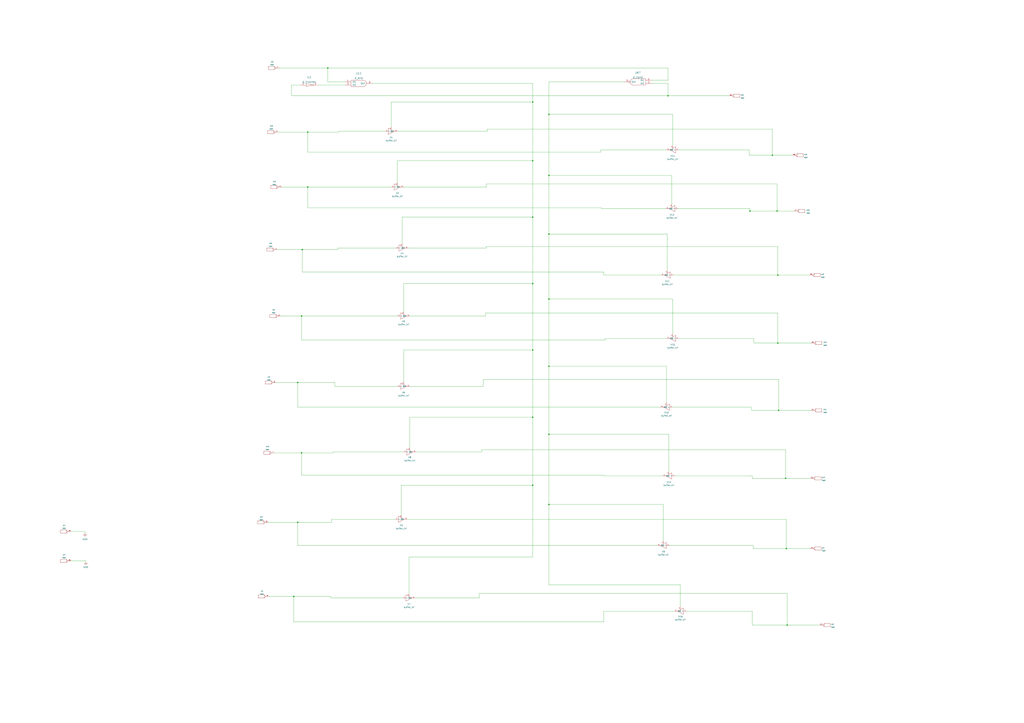
<source format=kicad_sch>
(kicad_sch (version 20211123) (generator eeschema)
  (paper "A1")
  (lib_symbols
    (symbol "eSim_Digital:d_and" (pin_names (offset 1.016))
      (property "Reference" "U" (at 0 0 0))
      (property "Value" "d_and" (at 1.27 2.54 0))
      (symbol "d_and_0_1"
        (polyline (pts (xy 3.81 -1.27) (xy -6.35 -1.27) (xy -6.35 3.81) (xy 3.81 3.81)))
        (arc (start 3.81 -1.27) (mid 5.5897 -0.5171) (end 6.35 1.27))
        (arc (start 6.35 1.27) (mid 5.5971 3.0497) (end 3.81 3.81))
      )
      (symbol "d_and_1_1"
        (pin input line (at -11.43 2.54 0) (length 5.08) (name "IN1") (number "1"))
        (pin input line (at -11.43 0 0) (length 5.08) (name "IN2") (number "2"))
        (pin output line (at 11.43 1.27 180) (length 5.08) (name "OUT") (number "3"))
      )
    )
    (symbol "eSim_Digital:d_inverter" (pin_names (offset 1.016))
      (property "Reference" "U" (at 0 -2.54 0))
      (property "Value" "d_inverter" (at 0 3.81 0))
      (symbol "d_inverter_0_1"
        (polyline (pts (xy -2.54 1.27) (xy -2.54 -1.27) (xy 2.54 0) (xy -2.54 1.27)))
      )
      (symbol "d_inverter_1_1"
        (pin input line (at -7.62 0 0) (length 5.08) (name "~") (number "1"))
        (pin output inverted (at 7.62 0 180) (length 5.08) (name "~") (number "2"))
      )
    )
    (symbol "eSim_Digital:d_nand" (pin_names (offset 1.016))
      (property "Reference" "U" (at 0 0 0))
      (property "Value" "d_nand" (at 1.27 2.54 0))
      (symbol "d_nand_0_1"
        (polyline (pts (xy 3.81 -1.27) (xy -6.35 -1.27) (xy -6.35 3.81) (xy 3.81 3.81)))
        (arc (start 3.81 -1.27) (mid 5.5897 -0.5171) (end 6.35 1.27))
        (arc (start 6.35 1.27) (mid 5.5971 3.0497) (end 3.81 3.81))
      )
      (symbol "d_nand_1_1"
        (pin input line (at -11.43 2.54 0) (length 5.08) (name "IN1") (number "1"))
        (pin input line (at -11.43 0 0) (length 5.08) (name "IN2") (number "2"))
        (pin output inverted (at 11.43 1.27 180) (length 5.08) (name "OUT") (number "3"))
      )
    )
    (symbol "eSim_Miscellaneous:PORT" (pin_names (offset 1.016))
      (property "Reference" "U" (at 1.27 2.54 0))
      (property "Value" "PORT" (at 0 0 0))
      (symbol "PORT_0_1"
        (rectangle (start -2.54 1.27) (end 2.54 -1.27))
        (arc (start 2.54 1.27) (mid 3.1355 0.5955) (end 3.81 0))
        (arc (start 3.81 0) (mid 3.1447 -0.6046) (end 2.54 -1.27))
      )
      (symbol "PORT_1_1"
        (pin bidirectional line (at 6.35 0 180) (length 2.54) (name "~") (number "1"))
      )
      (symbol "PORT_2_1"
        (pin bidirectional line (at 6.35 0 180) (length 2.54) (name "~") (number "2"))
      )
      (symbol "PORT_3_1"
        (pin bidirectional line (at 6.35 0 180) (length 2.54) (name "~") (number "3"))
      )
      (symbol "PORT_4_1"
        (pin bidirectional line (at 6.35 0 180) (length 2.54) (name "~") (number "4"))
      )
      (symbol "PORT_5_1"
        (pin bidirectional line (at 6.35 0 180) (length 2.54) (name "~") (number "5"))
      )
      (symbol "PORT_6_1"
        (pin bidirectional line (at 6.35 0 180) (length 2.54) (name "~") (number "6"))
      )
      (symbol "PORT_7_1"
        (pin bidirectional line (at 6.35 0 180) (length 2.54) (name "~") (number "7"))
      )
      (symbol "PORT_8_1"
        (pin bidirectional line (at 6.35 0 180) (length 2.54) (name "~") (number "8"))
      )
      (symbol "PORT_9_1"
        (pin bidirectional line (at 6.35 0 180) (length 2.54) (name "~") (number "9"))
      )
      (symbol "PORT_10_1"
        (pin bidirectional line (at 6.35 0 180) (length 2.54) (name "~") (number "10"))
      )
      (symbol "PORT_11_1"
        (pin bidirectional line (at 6.35 0 180) (length 2.54) (name "~") (number "11"))
      )
      (symbol "PORT_12_1"
        (pin bidirectional line (at 6.35 0 180) (length 2.54) (name "~") (number "12"))
      )
      (symbol "PORT_13_1"
        (pin bidirectional line (at 6.35 0 180) (length 2.54) (name "~") (number "13"))
      )
      (symbol "PORT_14_1"
        (pin bidirectional line (at 6.35 0 180) (length 2.54) (name "~") (number "14"))
      )
      (symbol "PORT_15_1"
        (pin bidirectional line (at 6.35 0 180) (length 2.54) (name "~") (number "15"))
      )
      (symbol "PORT_16_1"
        (pin bidirectional line (at 6.35 0 180) (length 2.54) (name "~") (number "16"))
      )
      (symbol "PORT_17_1"
        (pin bidirectional line (at 6.35 0 180) (length 2.54) (name "~") (number "17"))
      )
      (symbol "PORT_18_1"
        (pin bidirectional line (at 6.35 0 180) (length 2.54) (name "~") (number "18"))
      )
      (symbol "PORT_19_1"
        (pin bidirectional line (at 6.35 0 180) (length 2.54) (name "~") (number "19"))
      )
      (symbol "PORT_20_1"
        (pin bidirectional line (at 6.35 0 180) (length 2.54) (name "~") (number "20"))
      )
      (symbol "PORT_21_1"
        (pin bidirectional line (at 6.35 0 180) (length 2.54) (name "~") (number "21"))
      )
      (symbol "PORT_22_1"
        (pin bidirectional line (at 6.35 0 180) (length 2.54) (name "~") (number "22"))
      )
      (symbol "PORT_23_1"
        (pin bidirectional line (at 6.35 0 180) (length 2.54) (name "~") (number "23"))
      )
      (symbol "PORT_24_1"
        (pin bidirectional line (at 6.35 0 180) (length 2.54) (name "~") (number "24"))
      )
      (symbol "PORT_25_1"
        (pin bidirectional line (at 6.35 0 180) (length 2.54) (name "~") (number "25"))
      )
      (symbol "PORT_26_1"
        (pin bidirectional line (at 6.35 0 180) (length 2.54) (name "~") (number "26"))
      )
    )
    (symbol "eSim_Power:eSim_GND" (power) (pin_names (offset 0))
      (property "Value" "eSim_GND" (at 0 -3.81 0))
      (symbol "eSim_GND_0_1"
        (polyline (pts (xy 0 0) (xy 0 -1.27) (xy 1.27 -1.27) (xy 0 -2.54) (xy -1.27 -1.27) (xy 0 -1.27)))
      )
      (symbol "eSim_GND_1_1"
        (pin power_in line (at 0 0 270) (length 0) hide (name "GND") (number "1"))
      )
    )
    (symbol "eSim_Subckt:buffer_tri"
      (property "Reference" "X" (at 0 -2.54 0))
      (property "Value" "buffer_tri" (at -1.27 -5.08 0))
      (symbol "buffer_tri_0_1"
        (polyline (pts (xy -3.81 2.54) (xy -3.81 -2.54) (xy 1.27 0) (xy -3.81 2.54)))
      )
      (symbol "buffer_tri_1_1"
        (pin input line (at -6.35 0 0) (length 2.54) (name "A") (number "1"))
        (pin input line (at -1.27 3.81 270) (length 2.54) (name "EN") (number "2"))
        (pin output line (at 3.81 0 180) (length 2.54) (name "OUT") (number "3"))
      )
    )
  )
  (junction (at 437.515 83.82))
  (junction (at 450.85 144.145))
  (junction (at 437.515 132.08))
  (junction (at 450.85 356.87))
  (junction (at 615.95 173.355))
  (junction (at 269.24 55.88))
  (junction (at 244.475 429.26))
  (junction (at 241.3 490.22))
  (junction (at 437.515 233.045))
  (junction (at 247.65 372.11))
  (junction (at 252.73 108.585))
  (junction (at 645.16 393.065))
  (junction (at 548.64 78.74))
  (junction (at 450.85 245.745))
  (junction (at 437.515 178.435))
  (junction (at 437.515 342.9))
  (junction (at 244.475 314.325))
  (junction (at 450.85 93.98))
  (junction (at 252.73 153.67))
  (junction (at 437.515 287.655))
  (junction (at 248.285 205.105))
  (junction (at 638.175 173.355))
  (junction (at 645.795 450.85))
  (junction (at 450.85 414.655))
  (junction (at 450.85 300.99))
  (junction (at 638.81 226.06))
  (junction (at 639.445 337.185))
  (junction (at 450.85 192.405))
  (junction (at 437.515 398.78))
  (junction (at 638.81 281.94))
  (junction (at 634.365 127.635))
  (junction (at 247.65 259.715))
  (junction (at 646.43 513.715))
  (wire (pts (xy 273.685 371.475) (xy 273.685 372.11)))
  (wire (pts (xy 646.43 513.715) (xy 673.1 513.715)))
  (wire (pts (xy 244.475 314.325) (xy 274.955 314.325)))
  (wire (pts (xy 244.475 334.645) (xy 542.29 334.645)))
  (wire (pts (xy 615.95 171.45) (xy 615.95 173.355)))
  (wire (pts (xy 326.39 132.08) (xy 326.39 149.86)))
  (wire (pts (xy 393.7 491.49) (xy 393.7 487.68)))
  (wire (pts (xy 248.285 223.52) (xy 495.935 223.52)))
  (wire (pts (xy 331.47 371.475) (xy 273.685 371.475)))
  (wire (pts (xy 241.3 490.22) (xy 271.78 490.22)))
  (wire (pts (xy 247.65 390.525) (xy 495.935 390.525)))
  (wire (pts (xy 336.55 317.5) (xy 396.875 317.5)))
  (wire (pts (xy 334.645 426.72) (xy 645.795 426.72)))
  (wire (pts (xy 549.91 448.31) (xy 618.49 448.31)))
  (wire (pts (xy 553.085 226.06) (xy 638.81 226.06)))
  (wire (pts (xy 495.935 226.06) (xy 495.935 223.52)))
  (wire (pts (xy 544.195 391.16) (xy 495.935 391.16)))
  (wire (pts (xy 399.415 203.835) (xy 399.415 202.565)))
  (wire (pts (xy 556.895 171.45) (xy 615.95 171.45)))
  (wire (pts (xy 437.515 398.78) (xy 437.515 457.835)))
  (wire (pts (xy 495.935 502.285) (xy 495.935 511.175)))
  (wire (pts (xy 247.65 372.11) (xy 273.685 372.11)))
  (wire (pts (xy 321.31 83.82) (xy 321.31 104.14)))
  (wire (pts (xy 269.24 55.88) (xy 269.24 67.31)))
  (wire (pts (xy 331.47 233.045) (xy 437.515 233.045)))
  (wire (pts (xy 638.81 281.94) (xy 666.115 281.94)))
  (wire (pts (xy 619.125 281.94) (xy 638.81 281.94)))
  (wire (pts (xy 549.275 356.87) (xy 549.275 387.35)))
  (wire (pts (xy 638.175 173.355) (xy 652.145 173.355)))
  (wire (pts (xy 551.815 144.145) (xy 450.85 144.145)))
  (wire (pts (xy 326.39 107.95) (xy 400.05 107.95)))
  (wire (pts (xy 645.16 369.57) (xy 645.16 393.065)))
  (wire (pts (xy 615.315 127.635) (xy 634.365 127.635)))
  (wire (pts (xy 244.475 448.31) (xy 539.75 448.31)))
  (wire (pts (xy 557.53 123.19) (xy 615.315 123.19)))
  (wire (pts (xy 340.995 491.49) (xy 393.7 491.49)))
  (wire (pts (xy 400.05 107.95) (xy 400.05 106.045)))
  (wire (pts (xy 316.23 107.95) (xy 278.13 107.95)))
  (wire (pts (xy 563.88 502.285) (xy 617.855 502.285)))
  (wire (pts (xy 247.65 372.11) (xy 247.65 390.525)))
  (wire (pts (xy 618.49 450.85) (xy 645.795 450.85)))
  (wire (pts (xy 450.85 245.745) (xy 552.45 245.745)))
  (wire (pts (xy 396.875 311.785) (xy 639.445 311.785)))
  (wire (pts (xy 336.55 342.9) (xy 437.515 342.9)))
  (wire (pts (xy 547.37 300.99) (xy 547.37 330.835)))
  (wire (pts (xy 230.505 259.715) (xy 247.65 259.715)))
  (wire (pts (xy 274.955 317.5) (xy 274.955 314.325)))
  (wire (pts (xy 557.53 278.13) (xy 619.125 278.13)))
  (wire (pts (xy 69.85 436.88) (xy 58.42 436.88)))
  (wire (pts (xy 547.37 300.99) (xy 450.85 300.99)))
  (wire (pts (xy 272.415 426.72) (xy 272.415 429.26)))
  (wire (pts (xy 645.16 393.065) (xy 665.48 393.065)))
  (wire (pts (xy 547.37 123.19) (xy 493.395 123.19)))
  (wire (pts (xy 437.515 83.82) (xy 437.515 132.08)))
  (wire (pts (xy 535.305 68.58) (xy 548.64 68.58)))
  (wire (pts (xy 646.43 487.68) (xy 646.43 513.715)))
  (wire (pts (xy 398.78 257.175) (xy 638.81 257.175)))
  (wire (pts (xy 330.2 178.435) (xy 437.515 178.435)))
  (wire (pts (xy 548.64 78.74) (xy 598.805 78.74)))
  (wire (pts (xy 330.2 178.435) (xy 330.2 200.025)))
  (wire (pts (xy 247.65 259.715) (xy 247.65 279.4)))
  (wire (pts (xy 335.915 457.835) (xy 437.515 457.835)))
  (wire (pts (xy 615.95 173.355) (xy 638.175 173.355)))
  (wire (pts (xy 271.78 491.49) (xy 271.78 490.22)))
  (wire (pts (xy 329.565 398.78) (xy 437.515 398.78)))
  (wire (pts (xy 400.05 106.045) (xy 634.365 106.045)))
  (wire (pts (xy 326.39 317.5) (xy 274.955 317.5)))
  (wire (pts (xy 558.8 480.695) (xy 450.85 480.695)))
  (wire (pts (xy 269.24 55.88) (xy 548.64 55.88)))
  (wire (pts (xy 261.62 69.85) (xy 283.21 69.85)))
  (wire (pts (xy 546.735 171.45) (xy 494.03 171.45)))
  (wire (pts (xy 70.485 461.645) (xy 70.485 461.01)))
  (wire (pts (xy 331.47 287.655) (xy 331.47 313.69)))
  (wire (pts (xy 228.6 108.585) (xy 252.73 108.585)))
  (wire (pts (xy 450.85 414.655) (xy 450.85 480.695)))
  (wire (pts (xy 554.355 391.16) (xy 617.855 391.16)))
  (wire (pts (xy 331.47 287.655) (xy 437.515 287.655)))
  (wire (pts (xy 552.45 93.98) (xy 552.45 119.38)))
  (wire (pts (xy 220.98 490.22) (xy 241.3 490.22)))
  (wire (pts (xy 246.38 69.85) (xy 239.395 69.85)))
  (wire (pts (xy 494.03 171.45) (xy 494.03 170.815)))
  (wire (pts (xy 450.85 300.99) (xy 450.85 356.87)))
  (wire (pts (xy 542.925 226.06) (xy 495.935 226.06)))
  (wire (pts (xy 395.605 369.57) (xy 645.16 369.57)))
  (wire (pts (xy 239.395 69.85) (xy 239.395 78.74)))
  (wire (pts (xy 244.475 314.325) (xy 244.475 334.645)))
  (wire (pts (xy 450.85 356.87) (xy 450.85 414.655)))
  (wire (pts (xy 437.515 132.08) (xy 437.515 178.435)))
  (wire (pts (xy 645.795 426.72) (xy 645.795 450.85)))
  (wire (pts (xy 548.005 192.405) (xy 450.85 192.405)))
  (wire (pts (xy 495.935 391.16) (xy 495.935 390.525)))
  (wire (pts (xy 450.85 93.98) (xy 450.85 144.145)))
  (wire (pts (xy 553.72 502.285) (xy 495.935 502.285)))
  (wire (pts (xy 248.285 205.105) (xy 248.285 223.52)))
  (wire (pts (xy 549.275 356.87) (xy 450.85 356.87)))
  (wire (pts (xy 437.515 233.045) (xy 437.515 287.655)))
  (wire (pts (xy 512.445 67.31) (xy 450.85 67.31)))
  (wire (pts (xy 615.315 123.19) (xy 615.315 127.635)))
  (wire (pts (xy 617.855 502.285) (xy 617.855 513.715)))
  (wire (pts (xy 645.795 450.85) (xy 665.48 450.85)))
  (wire (pts (xy 617.22 337.185) (xy 639.445 337.185)))
  (wire (pts (xy 226.695 314.325) (xy 244.475 314.325)))
  (wire (pts (xy 399.415 151.13) (xy 638.175 151.13)))
  (wire (pts (xy 325.12 203.835) (xy 277.495 203.835)))
  (wire (pts (xy 450.85 192.405) (xy 450.85 245.745)))
  (wire (pts (xy 229.235 55.88) (xy 269.24 55.88)))
  (wire (pts (xy 330.835 491.49) (xy 271.78 491.49)))
  (wire (pts (xy 69.85 438.15) (xy 69.85 436.88)))
  (wire (pts (xy 493.395 123.19) (xy 493.395 125.095)))
  (wire (pts (xy 247.65 259.715) (xy 326.39 259.715)))
  (wire (pts (xy 329.565 398.78) (xy 329.565 422.91)))
  (wire (pts (xy 220.345 429.26) (xy 244.475 429.26)))
  (wire (pts (xy 615.95 173.355) (xy 615.95 173.99)))
  (wire (pts (xy 552.45 334.645) (xy 617.22 334.645)))
  (wire (pts (xy 239.395 78.74) (xy 548.64 78.74)))
  (wire (pts (xy 638.81 257.175) (xy 638.81 281.94)))
  (wire (pts (xy 617.22 334.645) (xy 617.22 337.185)))
  (wire (pts (xy 619.125 278.13) (xy 619.125 281.94)))
  (wire (pts (xy 241.3 511.175) (xy 495.935 511.175)))
  (wire (pts (xy 548.64 66.04) (xy 548.64 55.88)))
  (wire (pts (xy 398.78 259.715) (xy 398.78 257.175)))
  (wire (pts (xy 399.415 202.565) (xy 638.81 202.565)))
  (wire (pts (xy 324.485 426.72) (xy 272.415 426.72)))
  (wire (pts (xy 341.63 371.475) (xy 395.605 371.475)))
  (wire (pts (xy 248.285 205.105) (xy 277.495 205.105)))
  (wire (pts (xy 331.47 153.67) (xy 399.415 153.67)))
  (wire (pts (xy 552.45 274.32) (xy 552.45 245.745)))
  (wire (pts (xy 252.73 125.095) (xy 493.395 125.095)))
  (wire (pts (xy 227.965 205.105) (xy 248.285 205.105)))
  (wire (pts (xy 551.815 144.145) (xy 551.815 167.64)))
  (wire (pts (xy 396.875 317.5) (xy 396.875 311.785)))
  (wire (pts (xy 617.855 391.16) (xy 617.855 393.065)))
  (wire (pts (xy 548.64 68.58) (xy 548.64 78.74)))
  (wire (pts (xy 252.73 108.585) (xy 278.13 108.585)))
  (wire (pts (xy 639.445 337.185) (xy 666.115 337.185)))
  (wire (pts (xy 244.475 429.26) (xy 272.415 429.26)))
  (wire (pts (xy 638.81 202.565) (xy 638.81 226.06)))
  (wire (pts (xy 638.81 226.06) (xy 664.845 226.06)))
  (wire (pts (xy 639.445 311.785) (xy 639.445 337.185)))
  (wire (pts (xy 247.65 279.4) (xy 497.205 279.4)))
  (wire (pts (xy 552.45 93.98) (xy 450.85 93.98)))
  (wire (pts (xy 393.7 487.68) (xy 646.43 487.68)))
  (wire (pts (xy 634.365 127.635) (xy 650.875 127.635)))
  (wire (pts (xy 617.855 513.715) (xy 646.43 513.715)))
  (wire (pts (xy 548.005 192.405) (xy 548.005 222.25)))
  (wire (pts (xy 544.83 414.655) (xy 450.85 414.655)))
  (wire (pts (xy 336.55 367.665) (xy 336.55 342.9)))
  (wire (pts (xy 252.73 108.585) (xy 252.73 125.095)))
  (wire (pts (xy 306.07 68.58) (xy 437.515 68.58)))
  (wire (pts (xy 331.47 233.045) (xy 331.47 255.905)))
  (wire (pts (xy 252.73 170.815) (xy 494.03 170.815)))
  (wire (pts (xy 326.39 132.08) (xy 437.515 132.08)))
  (wire (pts (xy 231.14 153.67) (xy 252.73 153.67)))
  (wire (pts (xy 277.495 203.835) (xy 277.495 205.105)))
  (wire (pts (xy 225.425 372.11) (xy 247.65 372.11)))
  (wire (pts (xy 437.515 178.435) (xy 437.515 233.045)))
  (wire (pts (xy 336.55 259.715) (xy 398.78 259.715)))
  (wire (pts (xy 437.515 342.9) (xy 437.515 398.78)))
  (wire (pts (xy 547.37 278.13) (xy 497.205 278.13)))
  (wire (pts (xy 544.83 414.655) (xy 544.83 444.5)))
  (wire (pts (xy 335.915 457.835) (xy 335.915 487.68)))
  (wire (pts (xy 244.475 429.26) (xy 244.475 448.31)))
  (wire (pts (xy 321.31 83.82) (xy 437.515 83.82)))
  (wire (pts (xy 278.13 107.95) (xy 278.13 108.585)))
  (wire (pts (xy 617.855 393.065) (xy 645.16 393.065)))
  (wire (pts (xy 535.305 66.04) (xy 548.64 66.04)))
  (wire (pts (xy 335.28 203.835) (xy 399.415 203.835)))
  (wire (pts (xy 638.175 151.13) (xy 638.175 173.355)))
  (wire (pts (xy 450.85 245.745) (xy 450.85 300.99)))
  (wire (pts (xy 450.85 144.145) (xy 450.85 192.405)))
  (wire (pts (xy 634.365 106.045) (xy 634.365 127.635)))
  (wire (pts (xy 618.49 448.31) (xy 618.49 450.85)))
  (wire (pts (xy 241.3 490.22) (xy 241.3 511.175)))
  (wire (pts (xy 252.73 153.67) (xy 252.73 170.815)))
  (wire (pts (xy 252.73 153.67) (xy 321.31 153.67)))
  (wire (pts (xy 437.515 287.655) (xy 437.515 342.9)))
  (wire (pts (xy 395.605 371.475) (xy 395.605 369.57)))
  (wire (pts (xy 283.21 67.31) (xy 269.24 67.31)))
  (wire (pts (xy 399.415 153.67) (xy 399.415 151.13)))
  (wire (pts (xy 437.515 68.58) (xy 437.515 83.82)))
  (wire (pts (xy 558.8 480.695) (xy 558.8 498.475)))
  (wire (pts (xy 58.42 461.01) (xy 70.485 461.01)))
  (wire (pts (xy 450.85 67.31) (xy 450.85 93.98)))
  (wire (pts (xy 497.205 278.13) (xy 497.205 279.4)))
  (symbol (lib_id "eSim_Miscellaneous:PORT") (at 224.79 153.67 0) (unit 3)
    (property "Reference" "U1" (at 225.425 149.225 0) (effects (font (size 0.762 0.762))))
    (property "Value" "PORT" (at 225.425 151.765 0) (effects (font (size 0.762 0.762))))
  )
  (symbol (lib_id "eSim_Miscellaneous:PORT") (at 679.45 513.715 0) (mirror y) (unit 11)
    (property "Reference" "U1" (at 682.625 513.08 0) (effects (font (size 0.762 0.762)) (justify right)))
    (property "Value" "PORT" (at 682.625 515.62 0) (effects (font (size 0.762 0.762)) (justify right)))
  )
  (symbol (lib_id "eSim_Subckt:buffer_tri") (at 322.58 107.95 0) (unit 1)
    (property "Reference" "X1" (at 321.31 113.03 0))
    (property "Value" "buffer_tri" (at 321.31 115.57 0))
  )
  (symbol (lib_id "eSim_Digital:d_and") (at 294.64 69.85 0) (unit 1)
    (property "Reference" "U11" (at 294.64 60.325 0) (effects (font (size 1.524 1.524))))
    (property "Value" "d_and" (at 294.64 64.135 0) (effects (font (size 1.524 1.524))))
  )
  (symbol (lib_id "eSim_Miscellaneous:PORT") (at 224.155 259.715 0) (unit 5)
    (property "Reference" "U1" (at 224.79 254.635 0) (effects (font (size 0.762 0.762))))
    (property "Value" "PORT" (at 224.79 257.175 0) (effects (font (size 0.762 0.762))))
  )
  (symbol (lib_id "eSim_Miscellaneous:PORT") (at 222.885 55.88 0) (unit 1)
    (property "Reference" "U1" (at 223.52 50.8 0) (effects (font (size 0.762 0.762))))
    (property "Value" "PORT" (at 223.52 53.34 0) (effects (font (size 0.762 0.762))))
  )
  (symbol (lib_id "eSim_Subckt:buffer_tri") (at 337.185 491.49 0) (unit 1)
    (property "Reference" "X7" (at 335.915 496.57 0))
    (property "Value" "buffer_tri" (at 335.915 499.11 0))
  )
  (symbol (lib_id "eSim_Miscellaneous:PORT") (at 657.225 127.635 0) (mirror y) (unit 18)
    (property "Reference" "U1" (at 660.4 127 0) (effects (font (size 0.762 0.762)) (justify right)))
    (property "Value" "PORT" (at 660.4 129.54 0) (effects (font (size 0.762 0.762)) (justify right)))
  )
  (symbol (lib_id "eSim_Miscellaneous:PORT") (at 672.465 337.185 0) (mirror y) (unit 14)
    (property "Reference" "U1" (at 676.275 336.55 0) (effects (font (size 0.762 0.762)) (justify right)))
    (property "Value" "PORT" (at 676.275 339.09 0) (effects (font (size 0.762 0.762)) (justify right)))
  )
  (symbol (lib_id "eSim_Digital:d_nand") (at 523.875 68.58 0) (mirror y) (unit 1)
    (property "Reference" "U67" (at 523.875 59.69 0) (effects (font (size 1.524 1.524))))
    (property "Value" "d_nand" (at 523.875 63.5 0) (effects (font (size 1.524 1.524))))
  )
  (symbol (lib_id "eSim_Miscellaneous:PORT") (at 52.07 436.88 0) (unit 10)
    (property "Reference" "U1" (at 52.705 431.8 0) (effects (font (size 0.762 0.762))))
    (property "Value" "PORT" (at 52.705 434.34 0) (effects (font (size 0.762 0.762))))
  )
  (symbol (lib_id "eSim_Miscellaneous:PORT") (at 222.25 108.585 0) (unit 2)
    (property "Reference" "U1" (at 222.885 103.505 0) (effects (font (size 0.762 0.762))))
    (property "Value" "PORT" (at 222.885 106.045 0) (effects (font (size 0.762 0.762))))
  )
  (symbol (lib_id "eSim_Subckt:buffer_tri") (at 557.53 502.285 0) (mirror y) (unit 1)
    (property "Reference" "X16" (at 558.8 506.73 0))
    (property "Value" "buffer_tri" (at 558.8 509.27 0))
  )
  (symbol (lib_id "eSim_Subckt:buffer_tri") (at 546.735 226.06 0) (mirror y) (unit 1)
    (property "Reference" "X11" (at 548.005 231.14 0))
    (property "Value" "buffer_tri" (at 548.005 233.68 0))
  )
  (symbol (lib_id "eSim_Power:eSim_GND") (at 69.85 438.15 0) (unit 1)
    (property "Reference" "#PWR01" (effects hide))
    (property "Value" "eSim_GND" (at 69.85 443.23 0))
  )
  (symbol (lib_id "eSim_Miscellaneous:PORT") (at 214.63 490.22 0) (unit 9)
    (property "Reference" "U1" (at 215.265 485.775 0) (effects (font (size 0.762 0.762))))
    (property "Value" "PORT" (at 215.265 488.315 0) (effects (font (size 0.762 0.762))))
  )
  (symbol (lib_id "eSim_Subckt:buffer_tri") (at 551.18 278.13 0) (mirror y) (unit 1)
    (property "Reference" "X15" (at 552.45 283.21 0))
    (property "Value" "buffer_tri" (at 552.45 285.75 0))
  )
  (symbol (lib_id "eSim_Miscellaneous:PORT") (at 658.495 173.355 0) (mirror y) (unit 17)
    (property "Reference" "U1" (at 662.305 172.72 0) (effects (font (size 0.762 0.762)) (justify right)))
    (property "Value" "PORT" (at 662.305 175.26 0) (effects (font (size 0.762 0.762)) (justify right)))
  )
  (symbol (lib_id "eSim_Subckt:buffer_tri") (at 546.1 334.645 0) (mirror y) (unit 1)
    (property "Reference" "X10" (at 547.37 339.09 0))
    (property "Value" "buffer_tri" (at 547.37 341.63 0))
  )
  (symbol (lib_id "eSim_Miscellaneous:PORT") (at 671.195 226.06 0) (mirror y) (unit 16)
    (property "Reference" "U1" (at 674.37 225.425 0) (effects (font (size 0.762 0.762)) (justify right)))
    (property "Value" "PORT" (at 674.37 227.965 0) (effects (font (size 0.762 0.762)) (justify right)))
  )
  (symbol (lib_id "eSim_Subckt:buffer_tri") (at 551.18 123.19 0) (mirror y) (unit 1)
    (property "Reference" "X14" (at 552.45 128.27 0))
    (property "Value" "buffer_tri" (at 552.45 130.81 0))
  )
  (symbol (lib_id "eSim_Subckt:buffer_tri") (at 548.005 391.16 0) (mirror y) (unit 1)
    (property "Reference" "X12" (at 549.275 396.24 0))
    (property "Value" "buffer_tri" (at 549.275 398.78 0))
  )
  (symbol (lib_id "eSim_Subckt:buffer_tri") (at 332.74 259.715 0) (unit 1)
    (property "Reference" "X5" (at 331.47 264.16 0))
    (property "Value" "buffer_tri" (at 331.47 266.7 0))
  )
  (symbol (lib_id "eSim_Subckt:buffer_tri") (at 332.74 317.5 0) (unit 1)
    (property "Reference" "X6" (at 331.47 322.58 0))
    (property "Value" "buffer_tri" (at 331.47 325.12 0))
  )
  (symbol (lib_id "eSim_Miscellaneous:PORT") (at 671.83 450.85 0) (mirror y) (unit 12)
    (property "Reference" "U1" (at 675.005 450.215 0) (effects (font (size 0.762 0.762)) (justify right)))
    (property "Value" "PORT" (at 675.005 452.755 0) (effects (font (size 0.762 0.762)) (justify right)))
  )
  (symbol (lib_id "eSim_Miscellaneous:PORT") (at 605.155 78.74 0) (mirror y) (unit 19)
    (property "Reference" "U1" (at 608.33 78.105 0) (effects (font (size 0.762 0.762)) (justify right)))
    (property "Value" "PORT" (at 608.33 80.645 0) (effects (font (size 0.762 0.762)) (justify right)))
  )
  (symbol (lib_id "eSim_Miscellaneous:PORT") (at 672.465 281.94 0) (mirror y) (unit 15)
    (property "Reference" "U1" (at 676.275 281.305 0) (effects (font (size 0.762 0.762)) (justify right)))
    (property "Value" "PORT" (at 676.275 283.845 0) (effects (font (size 0.762 0.762)) (justify right)))
  )
  (symbol (lib_id "eSim_Miscellaneous:PORT") (at 219.075 372.11 0) (unit 7)
    (property "Reference" "U1" (at 219.71 367.03 0) (effects (font (size 0.762 0.762))))
    (property "Value" "PORT" (at 219.71 369.57 0) (effects (font (size 0.762 0.762))))
  )
  (symbol (lib_id "eSim_Subckt:buffer_tri") (at 330.835 426.72 0) (unit 1)
    (property "Reference" "X3" (at 329.565 431.8 0))
    (property "Value" "buffer_tri" (at 329.565 434.34 0))
  )
  (symbol (lib_id "eSim_Subckt:buffer_tri") (at 550.545 171.45 0) (mirror y) (unit 1)
    (property "Reference" "X13" (at 551.815 176.53 0))
    (property "Value" "buffer_tri" (at 551.815 179.07 0))
  )
  (symbol (lib_id "eSim_Power:eSim_GND") (at 70.485 461.645 0) (unit 1)
    (property "Reference" "#PWR02" (effects hide))
    (property "Value" "eSim_GND" (at 70.485 466.09 0))
  )
  (symbol (lib_id "eSim_Miscellaneous:PORT") (at 221.615 205.105 0) (unit 4)
    (property "Reference" "U1" (at 222.25 200.025 0) (effects (font (size 0.762 0.762))))
    (property "Value" "PORT" (at 222.25 202.565 0) (effects (font (size 0.762 0.762))))
  )
  (symbol (lib_id "eSim_Miscellaneous:PORT") (at 671.83 393.065 0) (mirror y) (unit 13)
    (property "Reference" "U1" (at 675.005 392.43 0) (effects (font (size 0.762 0.762)) (justify right)))
    (property "Value" "PORT" (at 675.005 394.97 0) (effects (font (size 0.762 0.762)) (justify right)))
  )
  (symbol (lib_id "eSim_Subckt:buffer_tri") (at 543.56 448.31 0) (mirror y) (unit 1)
    (property "Reference" "X9" (at 544.83 453.39 0))
    (property "Value" "buffer_tri" (at 544.83 455.93 0))
  )
  (symbol (lib_id "eSim_Digital:d_inverter") (at 254 69.85 0) (unit 1)
    (property "Reference" "U2" (at 254 63.5 0) (effects (font (size 1.524 1.524))))
    (property "Value" "d_inverter" (at 254 67.31 0) (effects (font (size 1.524 1.524))))
  )
  (symbol (lib_id "eSim_Miscellaneous:PORT") (at 213.995 429.26 0) (unit 8)
    (property "Reference" "U1" (at 214.63 424.815 0) (effects (font (size 0.762 0.762))))
    (property "Value" "PORT" (at 214.63 427.355 0) (effects (font (size 0.762 0.762))))
  )
  (symbol (lib_id "eSim_Subckt:buffer_tri") (at 331.47 203.835 0) (unit 1)
    (property "Reference" "X4" (at 330.2 208.28 0))
    (property "Value" "buffer_tri" (at 330.2 210.82 0))
  )
  (symbol (lib_id "eSim_Subckt:buffer_tri") (at 337.82 371.475 0) (unit 1)
    (property "Reference" "X8" (at 336.55 375.92 0))
    (property "Value" "buffer_tri" (at 336.55 378.46 0))
  )
  (symbol (lib_id "eSim_Miscellaneous:PORT") (at 220.345 314.325 0) (unit 6)
    (property "Reference" "U1" (at 220.98 309.88 0) (effects (font (size 0.762 0.762))))
    (property "Value" "PORT" (at 220.98 312.42 0) (effects (font (size 0.762 0.762))))
  )
  (symbol (lib_id "eSim_Subckt:buffer_tri") (at 327.66 153.67 0) (unit 1)
    (property "Reference" "X2" (at 326.39 158.75 0))
    (property "Value" "buffer_tri" (at 326.39 161.29 0))
  )
  (symbol (lib_id "eSim_Miscellaneous:PORT") (at 52.07 461.01 0) (unit 20)
    (property "Reference" "U1" (at 52.705 455.93 0) (effects (font (size 0.762 0.762))))
    (property "Value" "PORT" (at 52.705 458.47 0) (effects (font (size 0.762 0.762))))
  )
)
</source>
